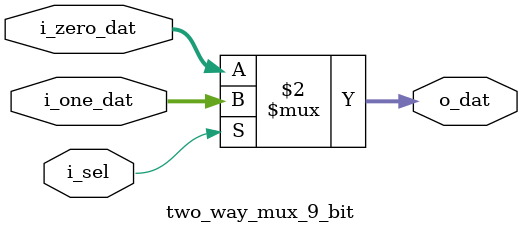
<source format=v>
`timescale 1ns / 1ps

/* Two way MUX */

module two_way_mux(
    input       [31:0]      i_zero_dat,
    input       [31:0]      i_one_dat,
    input                   i_sel,
    output      [31:0]      o_dat
);

    assign o_dat = (i_sel == 1'b0) ? i_zero_dat : i_one_dat;

endmodule

module two_way_mux_9_bit(
    input       [8:0]      i_zero_dat,
    input       [8:0]      i_one_dat,
    input                  i_sel,
    output      [8:0]      o_dat
);

    assign o_dat = (i_sel == 1'b0) ? i_zero_dat : i_one_dat;

endmodule
</source>
